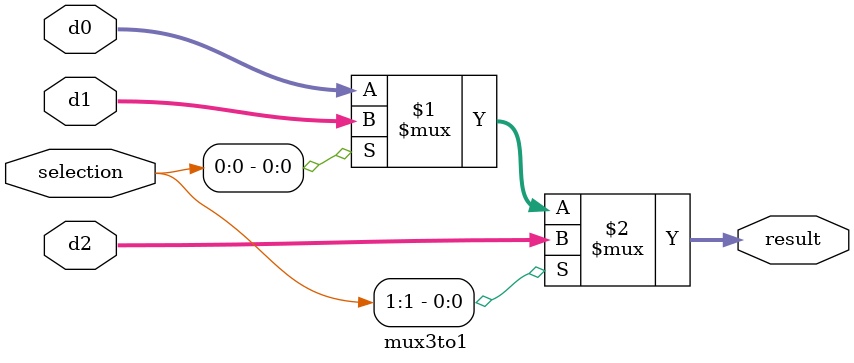
<source format=sv>
module mux3to1 #(parameter WIDTH = 8)(
    input logic  [WIDTH-1:0] d0, d1, d2,
    input logic [1:0] selection,
	output logic [WIDTH-1:0] result
);
    assign result = selection[1] ? d2 : (selection[0] ? d1 : d0);
endmodule
</source>
